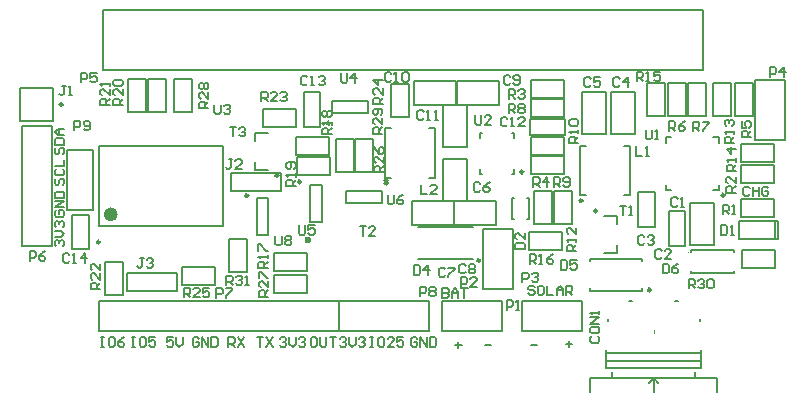
<source format=gto>
G04 Layer_Color=65535*
%FSAX25Y25*%
%MOIN*%
G70*
G01*
G75*
%ADD44C,0.02362*%
%ADD58C,0.02362*%
%ADD70C,0.00984*%
%ADD71C,0.00394*%
%ADD72C,0.00787*%
%ADD73C,0.00315*%
D44*
X0303193Y0324457D02*
G03*
X0303193Y0324457I-0001181J0000000D01*
G01*
D58*
X0367722Y0315808D02*
D03*
D70*
X0375142Y0354870D02*
G03*
X0375142Y0354870I-0000492J0000000D01*
G01*
X0298390Y0315205D02*
G03*
X0298390Y0315205I-0000492J0000000D01*
G01*
X0439512Y0338630D02*
G03*
X0439512Y0338630I-0000492J0000000D01*
G01*
X0357819Y0337449D02*
G03*
X0357819Y0337449I-0000492J0000000D01*
G01*
X0464118Y0325638D02*
G03*
X0464118Y0325638I-0000492J0000000D01*
G01*
X0394307Y0334929D02*
G03*
X0394307Y0334929I-0000492J0000000D01*
G01*
X0459268Y0329024D02*
G03*
X0459268Y0329024I-0000492J0000000D01*
G01*
X0425090Y0309102D02*
G03*
X0425090Y0309102I-0000440J0000000D01*
G01*
X0285968Y0361071D02*
G03*
X0285968Y0361071I-0000492J0000000D01*
G01*
X0365398Y0335283D02*
G03*
X0365398Y0335283I-0000492J0000000D01*
G01*
X0394236Y0335776D02*
G03*
X0394236Y0335776I-0000492J0000000D01*
G01*
X0347779Y0330756D02*
G03*
X0347779Y0330756I-0000492J0000000D01*
G01*
X0482031Y0299260D02*
G03*
X0482031Y0299260I-0000492J0000000D01*
G01*
X0506638Y0330854D02*
G03*
X0506638Y0330854I-0000492J0000000D01*
G01*
D71*
X0440870Y0332311D02*
G03*
X0440870Y0332311I-0000197J0000000D01*
G01*
X0494531Y0311760D02*
G03*
X0494531Y0311760I-0000197J0000000D01*
G01*
D72*
X0477805Y0320282D02*
X0483305D01*
Y0331782D01*
X0477805D02*
X0483305D01*
X0477805Y0320282D02*
Y0331782D01*
X0481425Y0268331D02*
X0483000Y0269905D01*
X0484575Y0268331D01*
X0483000Y0265181D02*
Y0269905D01*
X0469220D02*
Y0271874D01*
X0496779Y0269905D02*
Y0271874D01*
X0474732Y0295693D02*
X0475913D01*
X0498354Y0288803D02*
Y0289591D01*
X0467252Y0275614D02*
X0498748D01*
X0467252Y0278370D02*
X0498748D01*
Y0273252D02*
Y0279354D01*
X0467252Y0273252D02*
Y0279354D01*
Y0273252D02*
X0498748D01*
X0467646Y0288803D02*
Y0289591D01*
X0490087Y0295693D02*
X0491268D01*
X0461740Y0265181D02*
Y0269905D01*
X0504260D01*
Y0265181D02*
Y0269905D01*
X0375634Y0358315D02*
Y0362252D01*
X0387839Y0358315D02*
Y0362252D01*
X0375634Y0358315D02*
X0387839D01*
X0375634Y0362252D02*
X0387839D01*
X0339413Y0320520D02*
Y0347291D01*
X0298075Y0320520D02*
Y0347291D01*
X0339413D01*
X0298075Y0320520D02*
X0339413D01*
X0436461Y0338039D02*
Y0339713D01*
X0435772Y0338039D02*
X0436461D01*
X0425043D02*
X0425732D01*
X0425043D02*
Y0339713D01*
Y0349752D02*
Y0351425D01*
X0425732D01*
X0436461Y0349752D02*
Y0351425D01*
X0435772D02*
X0436461D01*
X0350043Y0348866D02*
Y0351425D01*
X0354374D01*
X0350043Y0339220D02*
Y0341779D01*
Y0339220D02*
X0354374D01*
X0470909Y0311661D02*
Y0314220D01*
X0466579Y0311661D02*
X0470909D01*
Y0321307D02*
Y0323866D01*
X0466579D02*
X0470909D01*
X0356551Y0304228D02*
X0367551D01*
X0356551Y0298228D02*
Y0304228D01*
Y0298228D02*
X0367551D01*
Y0304228D01*
X0377161Y0338642D02*
Y0349642D01*
Y0338642D02*
X0383161D01*
Y0349642D01*
X0377161D02*
X0383161D01*
X0325842Y0306984D02*
X0336842D01*
X0325842Y0300984D02*
Y0306984D01*
Y0300984D02*
X0336842D01*
Y0306984D01*
X0395272Y0356752D02*
Y0367752D01*
Y0356752D02*
X0401272D01*
Y0367752D01*
X0395272D02*
X0401272D01*
X0352614Y0359740D02*
X0363614D01*
X0352614Y0353740D02*
Y0359740D01*
Y0353740D02*
X0363614D01*
Y0359740D01*
X0299996Y0297697D02*
Y0308697D01*
Y0297697D02*
X0305996D01*
Y0308697D01*
X0299996D02*
X0305996D01*
X0313870Y0358720D02*
Y0369721D01*
X0307870D02*
X0313870D01*
X0307870Y0358720D02*
Y0369721D01*
Y0358720D02*
X0313870D01*
X0320563D02*
Y0369721D01*
X0314563D02*
X0320563D01*
X0314563Y0358720D02*
Y0369721D01*
Y0358720D02*
X0320563D01*
X0364032Y0337500D02*
X0375031D01*
Y0343500D01*
X0364032D02*
X0375031D01*
X0364032Y0337500D02*
Y0343500D01*
X0363638Y0350291D02*
X0374638D01*
X0363638Y0344291D02*
Y0350291D01*
Y0344291D02*
X0374638D01*
Y0350291D01*
X0356551Y0305709D02*
X0367551D01*
Y0311709D01*
X0356551D02*
X0367551D01*
X0356551Y0305709D02*
Y0311709D01*
X0441287Y0312661D02*
X0452287D01*
Y0318661D01*
X0441287D02*
X0452287D01*
X0441287Y0312661D02*
Y0318661D01*
X0486705Y0357146D02*
Y0368146D01*
X0480705D02*
X0486705D01*
X0480705Y0357146D02*
Y0368146D01*
Y0357146D02*
X0486705D01*
X0512087Y0347894D02*
X0523087D01*
X0512087Y0341894D02*
Y0347894D01*
Y0341894D02*
X0523087D01*
Y0347894D01*
X0502752Y0357146D02*
Y0368146D01*
Y0357146D02*
X0508752D01*
Y0368146D01*
X0502752D02*
X0508752D01*
X0455606Y0321406D02*
Y0332405D01*
X0449606D02*
X0455606D01*
X0449606Y0321406D02*
Y0332405D01*
Y0321406D02*
X0455606D01*
X0441984Y0350291D02*
X0452984D01*
X0441984Y0344291D02*
Y0350291D01*
Y0344291D02*
X0452984D01*
Y0350291D01*
X0441984Y0343992D02*
X0452984D01*
X0441984Y0337992D02*
Y0343992D01*
Y0337992D02*
X0452984D01*
Y0343992D01*
X0441984Y0362890D02*
X0452984D01*
X0441984Y0356890D02*
Y0362890D01*
Y0356890D02*
X0452984D01*
Y0362890D01*
X0494484Y0357146D02*
Y0368146D01*
Y0357146D02*
X0500484D01*
Y0368146D01*
X0494484D02*
X0500484D01*
X0493791Y0357146D02*
Y0368146D01*
X0487791D02*
X0493791D01*
X0487791Y0357146D02*
Y0368146D01*
Y0357146D02*
X0493791D01*
X0516232D02*
Y0368146D01*
X0510232D02*
X0516232D01*
X0510232Y0357146D02*
Y0368146D01*
Y0357146D02*
X0516232D01*
X0443106Y0321406D02*
Y0332405D01*
Y0321406D02*
X0449106D01*
Y0332405D01*
X0443106D02*
X0449106D01*
X0441984Y0369189D02*
X0452984D01*
X0441984Y0363189D02*
Y0369189D01*
Y0363189D02*
X0452984D01*
Y0369189D01*
X0512087Y0341000D02*
X0523087D01*
X0512087Y0335000D02*
Y0341000D01*
Y0335000D02*
X0523087D01*
Y0341000D01*
X0512063Y0329425D02*
X0523063D01*
X0512063Y0323425D02*
Y0329425D01*
Y0323425D02*
X0523063D01*
Y0329425D01*
X0287347Y0345992D02*
X0296185D01*
Y0325992D02*
Y0345992D01*
X0287347Y0325992D02*
X0296185D01*
X0287347D02*
Y0345992D01*
X0272406Y0353787D02*
X0282405D01*
Y0313787D02*
Y0353787D01*
X0272406Y0313787D02*
Y0353787D01*
Y0313787D02*
X0282405D01*
X0299500Y0372500D02*
X0499500D01*
X0299500Y0392500D02*
X0499500D01*
X0299500Y0372500D02*
Y0392500D01*
X0499500Y0372500D02*
Y0392500D01*
X0516894Y0349220D02*
X0526894D01*
X0516894D02*
Y0369220D01*
X0526894D01*
Y0349220D02*
Y0369220D01*
X0459177Y0285598D02*
Y0295598D01*
X0439177Y0285598D02*
X0459177D01*
X0439177D02*
Y0295598D01*
X0459177D01*
X0425949Y0319614D02*
X0435949D01*
Y0299614D02*
Y0319614D01*
X0425949Y0299614D02*
X0435949D01*
X0425949D02*
Y0319614D01*
X0408114Y0353197D02*
X0410083D01*
X0408114Y0336661D02*
X0410083D01*
X0393547Y0353197D02*
X0395516D01*
X0393547Y0336661D02*
X0395516D01*
X0410083D02*
Y0353197D01*
X0393547Y0336661D02*
Y0353197D01*
X0458508Y0330756D02*
Y0347291D01*
X0475043Y0330756D02*
Y0347291D01*
X0458508Y0330756D02*
X0460476D01*
X0458508Y0347291D02*
X0460476D01*
X0473075Y0330756D02*
X0475043D01*
X0473075Y0347291D02*
X0475043D01*
X0441362Y0322862D02*
Y0329949D01*
X0435850Y0322862D02*
Y0329949D01*
X0440673D02*
X0441362D01*
X0440673Y0322862D02*
X0441362D01*
X0435850Y0329949D02*
X0436539D01*
X0435850Y0322862D02*
X0436539D01*
X0511563Y0322339D02*
X0524563D01*
X0511563Y0316339D02*
Y0322339D01*
Y0316339D02*
X0524563D01*
X0523563D02*
Y0322339D01*
X0524563Y0316339D02*
Y0322339D01*
X0366388Y0353746D02*
X0371888D01*
Y0365246D01*
X0366388D02*
X0371888D01*
X0366388Y0353746D02*
Y0365246D01*
X0441857Y0350752D02*
Y0356252D01*
Y0350752D02*
X0453357D01*
Y0356252D01*
X0441857D02*
X0453357D01*
X0420776Y0346984D02*
Y0360984D01*
X0412776D02*
X0420776D01*
X0412776Y0346984D02*
Y0360984D01*
Y0346984D02*
X0420776D01*
X0403083Y0361008D02*
X0417083D01*
Y0369008D01*
X0403083D02*
X0417083D01*
X0403083Y0361008D02*
Y0369008D01*
X0417453D02*
X0431453D01*
X0417453Y0361008D02*
Y0369008D01*
Y0361008D02*
X0431453D01*
Y0369008D01*
X0416272Y0328850D02*
X0430272D01*
X0416272Y0320850D02*
Y0328850D01*
Y0320850D02*
X0430272D01*
Y0328850D01*
X0402295Y0320850D02*
X0416295D01*
Y0328850D01*
X0402295D02*
X0416295D01*
X0402295Y0320850D02*
Y0328850D01*
X0412776Y0328874D02*
Y0342874D01*
Y0328874D02*
X0420776D01*
Y0342874D01*
X0412776D02*
X0420776D01*
X0467232Y0351315D02*
Y0365315D01*
X0459232D02*
X0467232D01*
X0459232Y0351315D02*
Y0365315D01*
Y0351315D02*
X0467232D01*
X0476681D02*
Y0365315D01*
X0468681D02*
X0476681D01*
X0468681Y0351315D02*
Y0365315D01*
Y0351315D02*
X0476681D01*
X0488041Y0313982D02*
X0493541D01*
Y0325482D01*
X0488041D02*
X0493541D01*
X0488041Y0313982D02*
Y0325482D01*
X0495059Y0314307D02*
Y0328307D01*
Y0314307D02*
X0503059D01*
Y0328307D01*
X0495059D02*
X0503059D01*
X0289222Y0312801D02*
Y0324301D01*
X0294722D01*
Y0312801D02*
Y0324301D01*
X0289222Y0312801D02*
X0294722D01*
X0404571Y0309496D02*
X0422681D01*
X0404571Y0320126D02*
X0422681D01*
X0509689Y0304772D02*
Y0305559D01*
X0495516Y0304772D02*
X0509689D01*
X0495516D02*
Y0305559D01*
Y0311858D02*
Y0312646D01*
X0509689D01*
Y0311858D02*
Y0312646D01*
X0282917Y0355559D02*
Y0366583D01*
X0271894Y0355559D02*
X0282917D01*
X0271894D02*
Y0366583D01*
X0271894Y0366583D02*
X0282917D01*
X0358693Y0332087D02*
Y0338087D01*
X0342193Y0332087D02*
X0358693D01*
X0347693Y0338087D02*
X0358693D01*
X0341972Y0332087D02*
Y0338087D01*
X0347693D01*
X0341972Y0332087D02*
X0343154D01*
X0324047Y0299016D02*
Y0305016D01*
X0307547Y0299016D02*
X0324047D01*
X0313047Y0305016D02*
X0324047D01*
X0307327Y0299016D02*
Y0305016D01*
X0313047D01*
X0307327Y0299016D02*
X0308508D01*
X0298075Y0285598D02*
X0378075D01*
Y0295598D01*
X0298075D02*
X0378075D01*
X0298075Y0285598D02*
Y0295598D01*
X0378153Y0285598D02*
Y0295598D01*
X0408153D01*
Y0285598D02*
Y0295598D01*
X0378153Y0285598D02*
X0408153D01*
X0323224Y0358720D02*
X0329224D01*
X0323224D02*
Y0369721D01*
X0329224D01*
Y0358720D02*
Y0369721D01*
X0383461Y0338642D02*
X0389461D01*
X0383461D02*
Y0349642D01*
X0389461D01*
Y0338642D02*
Y0349642D01*
X0523457Y0306496D02*
Y0312496D01*
X0512457Y0306496D02*
X0523457D01*
X0512457D02*
Y0312496D01*
X0523457D01*
X0341335Y0316177D02*
X0347335D01*
Y0305177D02*
Y0316177D01*
X0341335Y0305177D02*
X0347335D01*
X0341335D02*
Y0316177D01*
X0368350Y0334102D02*
X0372287D01*
X0368350Y0321898D02*
X0372287D01*
X0368350D02*
Y0334102D01*
X0372287Y0321898D02*
Y0334102D01*
X0392563Y0328394D02*
Y0332331D01*
X0380358Y0328394D02*
Y0332331D01*
X0392563D01*
X0380358Y0328394D02*
X0392563D01*
X0350634Y0329772D02*
X0354571D01*
X0350634Y0317567D02*
X0354571D01*
X0350634D02*
Y0329772D01*
X0354571Y0317567D02*
Y0329772D01*
X0461657Y0308906D02*
Y0309693D01*
X0478980Y0308906D02*
Y0309693D01*
X0461657Y0299063D02*
Y0299850D01*
X0478980Y0299063D02*
Y0299850D01*
X0461657Y0309693D02*
X0478980D01*
X0461657Y0299063D02*
X0478980D01*
X0504669Y0332626D02*
Y0334398D01*
X0502898Y0332626D02*
X0504669D01*
X0487150D02*
X0488921D01*
X0487150D02*
Y0334398D01*
Y0348374D02*
Y0350146D01*
X0488921D01*
X0504669Y0348374D02*
Y0350146D01*
X0502898D02*
X0504669D01*
X0432563Y0285598D02*
Y0295598D01*
X0412563Y0285598D02*
X0432563D01*
X0412563D02*
Y0295598D01*
X0432563D01*
X0388528Y0283511D02*
X0389577D01*
X0389052D01*
Y0280362D01*
X0388528D01*
X0389577D01*
X0392726Y0283511D02*
X0391676D01*
X0391151Y0282986D01*
Y0280887D01*
X0391676Y0280362D01*
X0392726D01*
X0393250Y0280887D01*
Y0282986D01*
X0392726Y0283511D01*
X0396399Y0280362D02*
X0394300D01*
X0396399Y0282461D01*
Y0282986D01*
X0395874Y0283511D01*
X0394825D01*
X0394300Y0282986D01*
X0399548Y0283511D02*
X0397449D01*
Y0281937D01*
X0398498Y0282461D01*
X0399023D01*
X0399548Y0281937D01*
Y0280887D01*
X0399023Y0280362D01*
X0397973D01*
X0397449Y0280887D01*
X0404209Y0282986D02*
X0403685Y0283511D01*
X0402635D01*
X0402110Y0282986D01*
Y0280887D01*
X0402635Y0280362D01*
X0403685D01*
X0404209Y0280887D01*
Y0281937D01*
X0403160D01*
X0405259Y0280362D02*
Y0283511D01*
X0407358Y0280362D01*
Y0283511D01*
X0408407D02*
Y0280362D01*
X0409982D01*
X0410506Y0280887D01*
Y0282986D01*
X0409982Y0283511D01*
X0408407D01*
X0309000D02*
X0310050D01*
X0309525D01*
Y0280362D01*
X0309000D01*
X0310050D01*
X0313198Y0283511D02*
X0312149D01*
X0311624Y0282986D01*
Y0280887D01*
X0312149Y0280362D01*
X0313198D01*
X0313723Y0280887D01*
Y0282986D01*
X0313198Y0283511D01*
X0316872D02*
X0314772D01*
Y0281937D01*
X0315822Y0282461D01*
X0316347D01*
X0316872Y0281937D01*
Y0280887D01*
X0316347Y0280362D01*
X0315297D01*
X0314772Y0280887D01*
X0298665Y0283511D02*
X0299715D01*
X0299190D01*
Y0280362D01*
X0298665D01*
X0299715D01*
X0302864Y0283511D02*
X0301814D01*
X0301289Y0282986D01*
Y0280887D01*
X0301814Y0280362D01*
X0302864D01*
X0303388Y0280887D01*
Y0282986D01*
X0302864Y0283511D01*
X0306537D02*
X0305487Y0282986D01*
X0304438Y0281937D01*
Y0280887D01*
X0304963Y0280362D01*
X0306012D01*
X0306537Y0280887D01*
Y0281412D01*
X0306012Y0281937D01*
X0304438D01*
X0322812Y0283511D02*
X0320713D01*
Y0281937D01*
X0321762Y0282461D01*
X0322287D01*
X0322812Y0281937D01*
Y0280887D01*
X0322287Y0280362D01*
X0321237D01*
X0320713Y0280887D01*
X0323861Y0283511D02*
Y0281412D01*
X0324911Y0280362D01*
X0325960Y0281412D01*
Y0283511D01*
X0378390Y0282986D02*
X0378914Y0283511D01*
X0379964D01*
X0380489Y0282986D01*
Y0282461D01*
X0379964Y0281937D01*
X0379439D01*
X0379964D01*
X0380489Y0281412D01*
Y0280887D01*
X0379964Y0280362D01*
X0378914D01*
X0378390Y0280887D01*
X0381538Y0283511D02*
Y0281412D01*
X0382588Y0280362D01*
X0383637Y0281412D01*
Y0283511D01*
X0384687Y0282986D02*
X0385212Y0283511D01*
X0386261D01*
X0386786Y0282986D01*
Y0282461D01*
X0386261Y0281937D01*
X0385736D01*
X0386261D01*
X0386786Y0281412D01*
Y0280887D01*
X0386261Y0280362D01*
X0385212D01*
X0384687Y0280887D01*
X0479898Y0316943D02*
X0479374Y0317467D01*
X0478324D01*
X0477799Y0316943D01*
Y0314844D01*
X0478324Y0314319D01*
X0479374D01*
X0479898Y0314844D01*
X0480948Y0316943D02*
X0481473Y0317467D01*
X0482522D01*
X0483047Y0316943D01*
Y0316418D01*
X0482522Y0315893D01*
X0481997D01*
X0482522D01*
X0483047Y0315368D01*
Y0314844D01*
X0482522Y0314319D01*
X0481473D01*
X0480948Y0314844D01*
X0462282Y0283839D02*
X0461757Y0283314D01*
Y0282265D01*
X0462282Y0281740D01*
X0464381D01*
X0464906Y0282265D01*
Y0283314D01*
X0464381Y0283839D01*
X0461757Y0286463D02*
Y0285414D01*
X0462282Y0284889D01*
X0464381D01*
X0464906Y0285414D01*
Y0286463D01*
X0464381Y0286988D01*
X0462282D01*
X0461757Y0286463D01*
X0464906Y0288037D02*
X0461757D01*
X0464906Y0290136D01*
X0461757D01*
X0464906Y0291186D02*
Y0292235D01*
Y0291711D01*
X0461757D01*
X0462282Y0291186D01*
X0378783Y0371503D02*
Y0368879D01*
X0379308Y0368354D01*
X0380358D01*
X0380883Y0368879D01*
Y0371503D01*
X0383506Y0368354D02*
Y0371503D01*
X0381932Y0369929D01*
X0384031D01*
X0336559Y0361070D02*
Y0358446D01*
X0337084Y0357921D01*
X0338133D01*
X0338658Y0358446D01*
Y0361070D01*
X0339708Y0360545D02*
X0340232Y0361070D01*
X0341282D01*
X0341807Y0360545D01*
Y0360020D01*
X0341282Y0359496D01*
X0340757D01*
X0341282D01*
X0341807Y0358971D01*
Y0358446D01*
X0341282Y0357921D01*
X0340232D01*
X0339708Y0358446D01*
X0423468Y0357526D02*
Y0354903D01*
X0423993Y0354378D01*
X0425043D01*
X0425568Y0354903D01*
Y0357526D01*
X0428716Y0354378D02*
X0426617D01*
X0428716Y0356477D01*
Y0357002D01*
X0428191Y0357526D01*
X0427142D01*
X0426617Y0357002D01*
X0341677Y0353590D02*
X0343776D01*
X0342727D01*
Y0350441D01*
X0344826Y0353065D02*
X0345351Y0353590D01*
X0346400D01*
X0346925Y0353065D01*
Y0352540D01*
X0346400Y0352015D01*
X0345875D01*
X0346400D01*
X0346925Y0351490D01*
Y0350966D01*
X0346400Y0350441D01*
X0345351D01*
X0344826Y0350966D01*
X0384984Y0320519D02*
X0387083D01*
X0386034D01*
Y0317370D01*
X0390232D02*
X0388133D01*
X0390232Y0319469D01*
Y0319994D01*
X0389707Y0320519D01*
X0388658D01*
X0388133Y0319994D01*
X0471697Y0327408D02*
X0473796D01*
X0472746D01*
Y0324260D01*
X0474845D02*
X0475895D01*
X0475370D01*
Y0327408D01*
X0474845Y0326884D01*
X0354571Y0296996D02*
X0351422D01*
Y0298570D01*
X0351947Y0299095D01*
X0352997D01*
X0353521Y0298570D01*
Y0296996D01*
Y0298046D02*
X0354571Y0299095D01*
Y0302244D02*
Y0300145D01*
X0352472Y0302244D01*
X0351947D01*
X0351422Y0301719D01*
Y0300669D01*
X0351947Y0300145D01*
X0351422Y0303293D02*
Y0305392D01*
X0351947D01*
X0354046Y0303293D01*
X0354571D01*
X0392957Y0338433D02*
X0389808D01*
Y0340007D01*
X0390333Y0340532D01*
X0391382D01*
X0391907Y0340007D01*
Y0338433D01*
Y0339483D02*
X0392957Y0340532D01*
Y0343681D02*
Y0341582D01*
X0390858Y0343681D01*
X0390333D01*
X0389808Y0343156D01*
Y0342106D01*
X0390333Y0341582D01*
X0389808Y0346829D02*
X0390333Y0345780D01*
X0391382Y0344730D01*
X0392432D01*
X0392957Y0345255D01*
Y0346305D01*
X0392432Y0346829D01*
X0391907D01*
X0391382Y0346305D01*
Y0344730D01*
X0326421Y0296799D02*
Y0299948D01*
X0327996D01*
X0328520Y0299423D01*
Y0298374D01*
X0327996Y0297849D01*
X0326421D01*
X0327471D02*
X0328520Y0296799D01*
X0331669D02*
X0329570D01*
X0331669Y0298898D01*
Y0299423D01*
X0331144Y0299948D01*
X0330095D01*
X0329570Y0299423D01*
X0334818Y0299948D02*
X0332718D01*
Y0298374D01*
X0333768Y0298898D01*
X0334293D01*
X0334818Y0298374D01*
Y0297324D01*
X0334293Y0296799D01*
X0333243D01*
X0332718Y0297324D01*
X0392704Y0361223D02*
X0389555D01*
Y0362797D01*
X0390080Y0363322D01*
X0391129D01*
X0391654Y0362797D01*
Y0361223D01*
Y0362272D02*
X0392704Y0363322D01*
Y0366470D02*
Y0364371D01*
X0390605Y0366470D01*
X0390080D01*
X0389555Y0365946D01*
Y0364896D01*
X0390080Y0364371D01*
X0392704Y0369094D02*
X0389555D01*
X0391129Y0367520D01*
Y0369619D01*
X0352209Y0362154D02*
Y0365302D01*
X0353783D01*
X0354308Y0364777D01*
Y0363728D01*
X0353783Y0363203D01*
X0352209D01*
X0353258D02*
X0354308Y0362154D01*
X0357456D02*
X0355357D01*
X0357456Y0364253D01*
Y0364777D01*
X0356932Y0365302D01*
X0355882D01*
X0355357Y0364777D01*
X0358506D02*
X0359031Y0365302D01*
X0360080D01*
X0360605Y0364777D01*
Y0364253D01*
X0360080Y0363728D01*
X0359555D01*
X0360080D01*
X0360605Y0363203D01*
Y0362678D01*
X0360080Y0362154D01*
X0359031D01*
X0358506Y0362678D01*
X0298468Y0299555D02*
X0295320D01*
Y0301129D01*
X0295845Y0301654D01*
X0296894D01*
X0297419Y0301129D01*
Y0299555D01*
Y0300605D02*
X0298468Y0301654D01*
Y0304803D02*
Y0302704D01*
X0296369Y0304803D01*
X0295845D01*
X0295320Y0304278D01*
Y0303228D01*
X0295845Y0302704D01*
X0298468Y0307951D02*
Y0305852D01*
X0296369Y0307951D01*
X0295845D01*
X0295320Y0307427D01*
Y0306377D01*
X0295845Y0305852D01*
X0301618Y0360972D02*
X0298469D01*
Y0362547D01*
X0298994Y0363071D01*
X0300044D01*
X0300569Y0362547D01*
Y0360972D01*
Y0362022D02*
X0301618Y0363071D01*
Y0366220D02*
Y0364121D01*
X0299519Y0366220D01*
X0298994D01*
X0298469Y0365695D01*
Y0364646D01*
X0298994Y0364121D01*
X0301618Y0367270D02*
Y0368319D01*
Y0367794D01*
X0298469D01*
X0298994Y0367270D01*
X0306047Y0360972D02*
X0302899D01*
Y0362547D01*
X0303423Y0363071D01*
X0304473D01*
X0304998Y0362547D01*
Y0360972D01*
Y0362022D02*
X0306047Y0363071D01*
Y0366220D02*
Y0364121D01*
X0303948Y0366220D01*
X0303423D01*
X0302899Y0365695D01*
Y0364646D01*
X0303423Y0364121D01*
Y0367270D02*
X0302899Y0367794D01*
Y0368844D01*
X0303423Y0369369D01*
X0305522D01*
X0306047Y0368844D01*
Y0367794D01*
X0305522Y0367270D01*
X0303423D01*
X0363724Y0333906D02*
X0360576D01*
Y0335480D01*
X0361101Y0336005D01*
X0362150D01*
X0362675Y0335480D01*
Y0333906D01*
Y0334955D02*
X0363724Y0336005D01*
Y0337054D02*
Y0338104D01*
Y0337579D01*
X0360576D01*
X0361101Y0337054D01*
X0363200Y0339678D02*
X0363724Y0340203D01*
Y0341252D01*
X0363200Y0341777D01*
X0361101D01*
X0360576Y0341252D01*
Y0340203D01*
X0361101Y0339678D01*
X0361625D01*
X0362150Y0340203D01*
Y0341777D01*
X0375634Y0351130D02*
X0372485D01*
Y0352704D01*
X0373010Y0353229D01*
X0374060D01*
X0374584Y0352704D01*
Y0351130D01*
Y0352179D02*
X0375634Y0353229D01*
Y0354278D02*
Y0355328D01*
Y0354803D01*
X0372485D01*
X0373010Y0354278D01*
Y0356902D02*
X0372485Y0357427D01*
Y0358477D01*
X0373010Y0359001D01*
X0373535D01*
X0374060Y0358477D01*
X0374584Y0359001D01*
X0375109D01*
X0375634Y0358477D01*
Y0357427D01*
X0375109Y0356902D01*
X0374584D01*
X0374060Y0357427D01*
X0373535Y0356902D01*
X0373010D01*
X0374060Y0357427D02*
Y0358477D01*
X0354276Y0306642D02*
X0351127D01*
Y0308216D01*
X0351652Y0308741D01*
X0352701D01*
X0353226Y0308216D01*
Y0306642D01*
Y0307691D02*
X0354276Y0308741D01*
Y0309790D02*
Y0310840D01*
Y0310315D01*
X0351127D01*
X0351652Y0309790D01*
X0351127Y0312414D02*
Y0314513D01*
X0351652D01*
X0353751Y0312414D01*
X0354276D01*
X0441677Y0308020D02*
Y0311168D01*
X0443252D01*
X0443776Y0310644D01*
Y0309594D01*
X0443252Y0309069D01*
X0441677D01*
X0442727D02*
X0443776Y0308020D01*
X0444826D02*
X0445875D01*
X0445351D01*
Y0311168D01*
X0444826Y0310644D01*
X0449549Y0311168D02*
X0448499Y0310644D01*
X0447450Y0309594D01*
Y0308544D01*
X0447974Y0308020D01*
X0449024D01*
X0449549Y0308544D01*
Y0309069D01*
X0449024Y0309594D01*
X0447450D01*
X0477307Y0368847D02*
Y0371995D01*
X0478881D01*
X0479406Y0371470D01*
Y0370421D01*
X0478881Y0369896D01*
X0477307D01*
X0478357D02*
X0479406Y0368847D01*
X0480456D02*
X0481505D01*
X0480980D01*
Y0371995D01*
X0480456Y0371470D01*
X0485179Y0371995D02*
X0483079D01*
Y0370421D01*
X0484129Y0370946D01*
X0484654D01*
X0485179Y0370421D01*
Y0369371D01*
X0484654Y0368847D01*
X0483604D01*
X0483079Y0369371D01*
X0510476Y0338925D02*
X0507328D01*
Y0340499D01*
X0507853Y0341024D01*
X0508902D01*
X0509427Y0340499D01*
Y0338925D01*
Y0339975D02*
X0510476Y0341024D01*
Y0342074D02*
Y0343123D01*
Y0342599D01*
X0507328D01*
X0507853Y0342074D01*
X0510476Y0346272D02*
X0507328D01*
X0508902Y0344698D01*
Y0346797D01*
X0509787Y0348177D02*
X0506639D01*
Y0349751D01*
X0507164Y0350276D01*
X0508213D01*
X0508738Y0349751D01*
Y0348177D01*
Y0349227D02*
X0509787Y0350276D01*
Y0351326D02*
Y0352375D01*
Y0351851D01*
X0506639D01*
X0507164Y0351326D01*
Y0353950D02*
X0506639Y0354474D01*
Y0355524D01*
X0507164Y0356049D01*
X0507688D01*
X0508213Y0355524D01*
Y0354999D01*
Y0355524D01*
X0508738Y0356049D01*
X0509263D01*
X0509787Y0355524D01*
Y0354474D01*
X0509263Y0353950D01*
X0457130Y0312154D02*
X0453981D01*
Y0313728D01*
X0454506Y0314253D01*
X0455556D01*
X0456080Y0313728D01*
Y0312154D01*
Y0313203D02*
X0457130Y0314253D01*
Y0315302D02*
Y0316352D01*
Y0315827D01*
X0453981D01*
X0454506Y0315302D01*
X0457130Y0320025D02*
Y0317926D01*
X0455031Y0320025D01*
X0454506D01*
X0453981Y0319500D01*
Y0318451D01*
X0454506Y0317926D01*
X0457917Y0348276D02*
X0454769D01*
Y0349850D01*
X0455294Y0350375D01*
X0456343D01*
X0456868Y0349850D01*
Y0348276D01*
Y0349325D02*
X0457917Y0350375D01*
Y0351424D02*
Y0352474D01*
Y0351949D01*
X0454769D01*
X0455294Y0351424D01*
Y0354048D02*
X0454769Y0354573D01*
Y0355622D01*
X0455294Y0356147D01*
X0457393D01*
X0457917Y0355622D01*
Y0354573D01*
X0457393Y0354048D01*
X0455294D01*
X0449748Y0333610D02*
Y0336759D01*
X0451322D01*
X0451847Y0336234D01*
Y0335185D01*
X0451322Y0334660D01*
X0449748D01*
X0450798D02*
X0451847Y0333610D01*
X0452897Y0334135D02*
X0453421Y0333610D01*
X0454471D01*
X0454996Y0334135D01*
Y0336234D01*
X0454471Y0336759D01*
X0453421D01*
X0452897Y0336234D01*
Y0335709D01*
X0453421Y0335185D01*
X0454996D01*
X0434689Y0358217D02*
Y0361365D01*
X0436263D01*
X0436788Y0360840D01*
Y0359791D01*
X0436263Y0359266D01*
X0434689D01*
X0435739D02*
X0436788Y0358217D01*
X0437838Y0360840D02*
X0438362Y0361365D01*
X0439412D01*
X0439937Y0360840D01*
Y0360316D01*
X0439412Y0359791D01*
X0439937Y0359266D01*
Y0358741D01*
X0439412Y0358217D01*
X0438362D01*
X0437838Y0358741D01*
Y0359266D01*
X0438362Y0359791D01*
X0437838Y0360316D01*
Y0360840D01*
X0438362Y0359791D02*
X0439412D01*
X0496123Y0352218D02*
Y0355367D01*
X0497698D01*
X0498222Y0354842D01*
Y0353793D01*
X0497698Y0353268D01*
X0496123D01*
X0497173D02*
X0498222Y0352218D01*
X0499272Y0355367D02*
X0501371D01*
Y0354842D01*
X0499272Y0352743D01*
Y0352218D01*
X0488134Y0352311D02*
Y0355460D01*
X0489708D01*
X0490233Y0354935D01*
Y0353885D01*
X0489708Y0353361D01*
X0488134D01*
X0489183D02*
X0490233Y0352311D01*
X0493382Y0355460D02*
X0492332Y0354935D01*
X0491282Y0353885D01*
Y0352836D01*
X0491807Y0352311D01*
X0492857D01*
X0493382Y0352836D01*
Y0353361D01*
X0492857Y0353885D01*
X0491282D01*
X0515427Y0350226D02*
X0512278D01*
Y0351800D01*
X0512803Y0352325D01*
X0513853D01*
X0514377Y0351800D01*
Y0350226D01*
Y0351276D02*
X0515427Y0352325D01*
X0512278Y0355474D02*
Y0353375D01*
X0513853D01*
X0513328Y0354424D01*
Y0354949D01*
X0513853Y0355474D01*
X0514902D01*
X0515427Y0354949D01*
Y0353900D01*
X0514902Y0353375D01*
X0442858Y0333610D02*
Y0336759D01*
X0444433D01*
X0444957Y0336234D01*
Y0335185D01*
X0444433Y0334660D01*
X0442858D01*
X0443908D02*
X0444957Y0333610D01*
X0447581D02*
Y0336759D01*
X0446007Y0335185D01*
X0448106D01*
X0434689Y0363039D02*
Y0366188D01*
X0436263D01*
X0436788Y0365663D01*
Y0364614D01*
X0436263Y0364089D01*
X0434689D01*
X0435739D02*
X0436788Y0363039D01*
X0437838Y0365663D02*
X0438362Y0366188D01*
X0439412D01*
X0439937Y0365663D01*
Y0365138D01*
X0439412Y0364614D01*
X0438887D01*
X0439412D01*
X0439937Y0364089D01*
Y0363564D01*
X0439412Y0363039D01*
X0438362D01*
X0437838Y0363564D01*
X0510280Y0331740D02*
X0507131D01*
Y0333314D01*
X0507656Y0333839D01*
X0508705D01*
X0509230Y0333314D01*
Y0331740D01*
Y0332790D02*
X0510280Y0333839D01*
Y0336988D02*
Y0334889D01*
X0508181Y0336988D01*
X0507656D01*
X0507131Y0336463D01*
Y0335414D01*
X0507656Y0334889D01*
X0505984Y0324488D02*
Y0327637D01*
X0507559D01*
X0508083Y0327112D01*
Y0326062D01*
X0507559Y0325538D01*
X0505984D01*
X0507034D02*
X0508083Y0324488D01*
X0509133D02*
X0510182D01*
X0509658D01*
Y0327637D01*
X0509133Y0327112D01*
X0289807Y0352508D02*
Y0355657D01*
X0291381D01*
X0291906Y0355132D01*
Y0354082D01*
X0291381Y0353557D01*
X0289807D01*
X0292956Y0353033D02*
X0293480Y0352508D01*
X0294530D01*
X0295055Y0353033D01*
Y0355132D01*
X0294530Y0355657D01*
X0293480D01*
X0292956Y0355132D01*
Y0354607D01*
X0293480Y0354082D01*
X0295055D01*
X0274945Y0309004D02*
Y0312153D01*
X0276519D01*
X0277044Y0311628D01*
Y0310578D01*
X0276519Y0310053D01*
X0274945D01*
X0280192Y0312153D02*
X0279143Y0311628D01*
X0278094Y0310578D01*
Y0309529D01*
X0278618Y0309004D01*
X0279668D01*
X0280192Y0309529D01*
Y0310053D01*
X0279668Y0310578D01*
X0278094D01*
X0292071Y0368453D02*
Y0371601D01*
X0293645D01*
X0294170Y0371077D01*
Y0370027D01*
X0293645Y0369502D01*
X0292071D01*
X0297319Y0371601D02*
X0295219D01*
Y0370027D01*
X0296269Y0370552D01*
X0296794D01*
X0297319Y0370027D01*
Y0368977D01*
X0296794Y0368453D01*
X0295744D01*
X0295219Y0368977D01*
X0521697Y0370323D02*
Y0373471D01*
X0523271D01*
X0523796Y0372947D01*
Y0371897D01*
X0523271Y0371372D01*
X0521697D01*
X0526420Y0370323D02*
Y0373471D01*
X0524845Y0371897D01*
X0526944D01*
X0439217Y0301917D02*
Y0305066D01*
X0440791D01*
X0441316Y0304541D01*
Y0303492D01*
X0440791Y0302967D01*
X0439217D01*
X0442365Y0304541D02*
X0442890Y0305066D01*
X0443939D01*
X0444464Y0304541D01*
Y0304016D01*
X0443939Y0303492D01*
X0443415D01*
X0443939D01*
X0444464Y0302967D01*
Y0302442D01*
X0443939Y0301917D01*
X0442890D01*
X0442365Y0302442D01*
X0418744Y0300342D02*
Y0303491D01*
X0420318D01*
X0420843Y0302966D01*
Y0301917D01*
X0420318Y0301392D01*
X0418744D01*
X0423992Y0300342D02*
X0421893D01*
X0423992Y0302442D01*
Y0302966D01*
X0423467Y0303491D01*
X0422417D01*
X0421893Y0302966D01*
X0405358Y0334298D02*
Y0331150D01*
X0407457D01*
X0410606D02*
X0408507D01*
X0410606Y0333249D01*
Y0333773D01*
X0410081Y0334298D01*
X0409032D01*
X0408507Y0333773D01*
X0477169Y0347208D02*
Y0344059D01*
X0479268D01*
X0480318D02*
X0481367D01*
X0480843D01*
Y0347208D01*
X0480318Y0346683D01*
X0436855Y0312941D02*
X0440004D01*
Y0314515D01*
X0439479Y0315040D01*
X0437380D01*
X0436855Y0314515D01*
Y0312941D01*
X0440004Y0318189D02*
Y0316090D01*
X0437905Y0318189D01*
X0437380D01*
X0436855Y0317664D01*
Y0316614D01*
X0437380Y0316090D01*
X0505484Y0320857D02*
Y0317709D01*
X0507059D01*
X0507583Y0318233D01*
Y0320333D01*
X0507059Y0320857D01*
X0505484D01*
X0508633Y0317709D02*
X0509682D01*
X0509158D01*
Y0320857D01*
X0508633Y0320333D01*
X0367595Y0370092D02*
X0367070Y0370617D01*
X0366021D01*
X0365496Y0370092D01*
Y0367993D01*
X0366021Y0367469D01*
X0367070D01*
X0367595Y0367993D01*
X0368645Y0367469D02*
X0369694D01*
X0369169D01*
Y0370617D01*
X0368645Y0370092D01*
X0371269D02*
X0371793Y0370617D01*
X0372843D01*
X0373368Y0370092D01*
Y0369568D01*
X0372843Y0369043D01*
X0372318D01*
X0372843D01*
X0373368Y0368518D01*
Y0367993D01*
X0372843Y0367469D01*
X0371793D01*
X0371269Y0367993D01*
X0434229Y0356411D02*
X0433704Y0356936D01*
X0432655D01*
X0432130Y0356411D01*
Y0354312D01*
X0432655Y0353787D01*
X0433704D01*
X0434229Y0354312D01*
X0435279Y0353787D02*
X0436328D01*
X0435803D01*
Y0356936D01*
X0435279Y0356411D01*
X0440001Y0353787D02*
X0437902D01*
X0440001Y0355887D01*
Y0356411D01*
X0439477Y0356936D01*
X0438427D01*
X0437902Y0356411D01*
X0406276Y0358577D02*
X0405752Y0359101D01*
X0404702D01*
X0404177Y0358577D01*
Y0356477D01*
X0404702Y0355953D01*
X0405752D01*
X0406276Y0356477D01*
X0407326Y0355953D02*
X0408375D01*
X0407851D01*
Y0359101D01*
X0407326Y0358577D01*
X0409950Y0355953D02*
X0410999D01*
X0410474D01*
Y0359101D01*
X0409950Y0358577D01*
X0395548Y0371273D02*
X0395023Y0371798D01*
X0393974D01*
X0393449Y0371273D01*
Y0369174D01*
X0393974Y0368650D01*
X0395023D01*
X0395548Y0369174D01*
X0396597Y0368650D02*
X0397647D01*
X0397122D01*
Y0371798D01*
X0396597Y0371273D01*
X0399221D02*
X0399746Y0371798D01*
X0400796D01*
X0401320Y0371273D01*
Y0369174D01*
X0400796Y0368650D01*
X0399746D01*
X0399221Y0369174D01*
Y0371273D01*
X0435213Y0370289D02*
X0434689Y0370814D01*
X0433639D01*
X0433114Y0370289D01*
Y0368190D01*
X0433639Y0367665D01*
X0434689D01*
X0435213Y0368190D01*
X0436263D02*
X0436788Y0367665D01*
X0437837D01*
X0438362Y0368190D01*
Y0370289D01*
X0437837Y0370814D01*
X0436788D01*
X0436263Y0370289D01*
Y0369764D01*
X0436788Y0369240D01*
X0438362D01*
X0420351Y0307396D02*
X0419826Y0307920D01*
X0418777D01*
X0418252Y0307396D01*
Y0305296D01*
X0418777Y0304772D01*
X0419826D01*
X0420351Y0305296D01*
X0421401Y0307396D02*
X0421925Y0307920D01*
X0422975D01*
X0423500Y0307396D01*
Y0306871D01*
X0422975Y0306346D01*
X0423500Y0305821D01*
Y0305296D01*
X0422975Y0304772D01*
X0421925D01*
X0421401Y0305296D01*
Y0305821D01*
X0421925Y0306346D01*
X0421401Y0306871D01*
Y0307396D01*
X0421925Y0306346D02*
X0422975D01*
X0413461Y0306214D02*
X0412936Y0306739D01*
X0411887D01*
X0411362Y0306214D01*
Y0304115D01*
X0411887Y0303590D01*
X0412936D01*
X0413461Y0304115D01*
X0414511Y0306739D02*
X0416610D01*
Y0306214D01*
X0414511Y0304115D01*
Y0303590D01*
X0425174Y0334561D02*
X0424649Y0335086D01*
X0423600D01*
X0423075Y0334561D01*
Y0332462D01*
X0423600Y0331937D01*
X0424649D01*
X0425174Y0332462D01*
X0428323Y0335086D02*
X0427273Y0334561D01*
X0426223Y0333511D01*
Y0332462D01*
X0426748Y0331937D01*
X0427798D01*
X0428323Y0332462D01*
Y0332986D01*
X0427798Y0333511D01*
X0426223D01*
X0461985Y0369600D02*
X0461460Y0370125D01*
X0460411D01*
X0459886Y0369600D01*
Y0367501D01*
X0460411Y0366976D01*
X0461460D01*
X0461985Y0367501D01*
X0465133Y0370125D02*
X0463034D01*
Y0368551D01*
X0464084Y0369075D01*
X0464609D01*
X0465133Y0368551D01*
Y0367501D01*
X0464609Y0366976D01*
X0463559D01*
X0463034Y0367501D01*
X0471694Y0369703D02*
X0471169Y0370227D01*
X0470119D01*
X0469594Y0369703D01*
Y0367603D01*
X0470119Y0367079D01*
X0471169D01*
X0471694Y0367603D01*
X0474317Y0367079D02*
Y0370227D01*
X0472743Y0368653D01*
X0474842D01*
X0485607Y0312317D02*
X0485082Y0312842D01*
X0484033D01*
X0483508Y0312317D01*
Y0310218D01*
X0484033Y0309693D01*
X0485082D01*
X0485607Y0310218D01*
X0488756Y0309693D02*
X0486657D01*
X0488756Y0311792D01*
Y0312317D01*
X0488231Y0312842D01*
X0487181D01*
X0486657Y0312317D01*
X0491020Y0329640D02*
X0490496Y0330164D01*
X0489446D01*
X0488921Y0329640D01*
Y0327540D01*
X0489446Y0327016D01*
X0490496D01*
X0491020Y0327540D01*
X0492070Y0327016D02*
X0493119D01*
X0492595D01*
Y0330164D01*
X0492070Y0329640D01*
X0288264Y0310939D02*
X0287740Y0311463D01*
X0286690D01*
X0286165Y0310939D01*
Y0308840D01*
X0286690Y0308315D01*
X0287740D01*
X0288264Y0308840D01*
X0289314Y0308315D02*
X0290364D01*
X0289839D01*
Y0311463D01*
X0289314Y0310939D01*
X0293512Y0308315D02*
Y0311463D01*
X0291938Y0309889D01*
X0294037D01*
X0403094Y0307526D02*
Y0304378D01*
X0404669D01*
X0405194Y0304903D01*
Y0307002D01*
X0404669Y0307526D01*
X0403094D01*
X0407817Y0304378D02*
Y0307526D01*
X0406243Y0305952D01*
X0408342D01*
X0485968Y0308019D02*
Y0304870D01*
X0487543D01*
X0488068Y0305395D01*
Y0307494D01*
X0487543Y0308019D01*
X0485968D01*
X0491216D02*
X0490167Y0307494D01*
X0489117Y0306444D01*
Y0305395D01*
X0489642Y0304870D01*
X0490691D01*
X0491216Y0305395D01*
Y0305920D01*
X0490691Y0306444D01*
X0489117D01*
X0286985Y0367369D02*
X0285935D01*
X0286460D01*
Y0364745D01*
X0285935Y0364220D01*
X0285411D01*
X0284886Y0364745D01*
X0288034Y0364220D02*
X0289084D01*
X0288559D01*
Y0367369D01*
X0288034Y0366844D01*
X0342497Y0342763D02*
X0341447D01*
X0341972D01*
Y0340139D01*
X0341447Y0339614D01*
X0340922D01*
X0340398Y0340139D01*
X0345645Y0339614D02*
X0343546D01*
X0345645Y0341713D01*
Y0342238D01*
X0345121Y0342763D01*
X0344071D01*
X0343546Y0342238D01*
X0312969Y0309889D02*
X0311920D01*
X0312444D01*
Y0307265D01*
X0311920Y0306740D01*
X0311395D01*
X0310870Y0307265D01*
X0314019Y0309364D02*
X0314543Y0309889D01*
X0315593D01*
X0316118Y0309364D01*
Y0308839D01*
X0315593Y0308314D01*
X0315068D01*
X0315593D01*
X0316118Y0307790D01*
Y0307265D01*
X0315593Y0306740D01*
X0314543D01*
X0314019Y0307265D01*
X0337248Y0296701D02*
Y0299849D01*
X0338822D01*
X0339347Y0299325D01*
Y0298275D01*
X0338822Y0297750D01*
X0337248D01*
X0340397Y0299849D02*
X0342496D01*
Y0299325D01*
X0340397Y0297226D01*
Y0296701D01*
X0405063Y0297193D02*
Y0300342D01*
X0406637D01*
X0407162Y0299817D01*
Y0298767D01*
X0406637Y0298242D01*
X0405063D01*
X0408212Y0299817D02*
X0408736Y0300342D01*
X0409786D01*
X0410311Y0299817D01*
Y0299292D01*
X0409786Y0298767D01*
X0410311Y0298242D01*
Y0297718D01*
X0409786Y0297193D01*
X0408736D01*
X0408212Y0297718D01*
Y0298242D01*
X0408736Y0298767D01*
X0408212Y0299292D01*
Y0299817D01*
X0408736Y0298767D02*
X0409786D01*
X0334591Y0359890D02*
X0331442D01*
Y0361464D01*
X0331967Y0361989D01*
X0333016D01*
X0333541Y0361464D01*
Y0359890D01*
Y0360939D02*
X0334591Y0361989D01*
Y0365137D02*
Y0363038D01*
X0332491Y0365137D01*
X0331967D01*
X0331442Y0364613D01*
Y0363563D01*
X0331967Y0363038D01*
Y0366187D02*
X0331442Y0366712D01*
Y0367761D01*
X0331967Y0368286D01*
X0332491D01*
X0333016Y0367761D01*
X0333541Y0368286D01*
X0334066D01*
X0334591Y0367761D01*
Y0366712D01*
X0334066Y0366187D01*
X0333541D01*
X0333016Y0366712D01*
X0332491Y0366187D01*
X0331967D01*
X0333016Y0366712D02*
Y0367761D01*
X0392563Y0351327D02*
X0389414D01*
Y0352901D01*
X0389939Y0353426D01*
X0390989D01*
X0391513Y0352901D01*
Y0351327D01*
Y0352376D02*
X0392563Y0353426D01*
Y0356574D02*
Y0354475D01*
X0390464Y0356574D01*
X0389939D01*
X0389414Y0356050D01*
Y0355000D01*
X0389939Y0354475D01*
X0392038Y0357624D02*
X0392563Y0358149D01*
Y0359198D01*
X0392038Y0359723D01*
X0389939D01*
X0389414Y0359198D01*
Y0358149D01*
X0389939Y0357624D01*
X0390464D01*
X0390989Y0358149D01*
Y0359723D01*
X0494630Y0299752D02*
Y0302901D01*
X0496204D01*
X0496729Y0302376D01*
Y0301326D01*
X0496204Y0300801D01*
X0494630D01*
X0495679D02*
X0496729Y0299752D01*
X0497779Y0302376D02*
X0498303Y0302901D01*
X0499353D01*
X0499878Y0302376D01*
Y0301851D01*
X0499353Y0301326D01*
X0498828D01*
X0499353D01*
X0499878Y0300801D01*
Y0300277D01*
X0499353Y0299752D01*
X0498303D01*
X0497779Y0300277D01*
X0500927Y0302376D02*
X0501452Y0302901D01*
X0502501D01*
X0503026Y0302376D01*
Y0300277D01*
X0502501Y0299752D01*
X0501452D01*
X0500927Y0300277D01*
Y0302376D01*
X0340595Y0300933D02*
Y0304082D01*
X0342169D01*
X0342694Y0303557D01*
Y0302507D01*
X0342169Y0301983D01*
X0340595D01*
X0341644D02*
X0342694Y0300933D01*
X0343743Y0303557D02*
X0344268Y0304082D01*
X0345317D01*
X0345842Y0303557D01*
Y0303032D01*
X0345317Y0302507D01*
X0344793D01*
X0345317D01*
X0345842Y0301983D01*
Y0301458D01*
X0345317Y0300933D01*
X0344268D01*
X0343743Y0301458D01*
X0346892Y0300933D02*
X0347941D01*
X0347416D01*
Y0304082D01*
X0346892Y0303557D01*
X0364709Y0320814D02*
Y0318190D01*
X0365233Y0317665D01*
X0366283D01*
X0366808Y0318190D01*
Y0320814D01*
X0369956D02*
X0367857D01*
Y0319240D01*
X0368907Y0319764D01*
X0369432D01*
X0369956Y0319240D01*
Y0318190D01*
X0369432Y0317665D01*
X0368382D01*
X0367857Y0318190D01*
X0394335Y0330952D02*
Y0328328D01*
X0394859Y0327803D01*
X0395909D01*
X0396434Y0328328D01*
Y0330952D01*
X0399582D02*
X0398533Y0330427D01*
X0397483Y0329377D01*
Y0328328D01*
X0398008Y0327803D01*
X0399058D01*
X0399582Y0328328D01*
Y0328853D01*
X0399058Y0329377D01*
X0397483D01*
X0356933Y0317369D02*
Y0314745D01*
X0357458Y0314220D01*
X0358507D01*
X0359032Y0314745D01*
Y0317369D01*
X0360082Y0316844D02*
X0360606Y0317369D01*
X0361656D01*
X0362181Y0316844D01*
Y0316319D01*
X0361656Y0315795D01*
X0362181Y0315270D01*
Y0314745D01*
X0361656Y0314220D01*
X0360606D01*
X0360082Y0314745D01*
Y0315270D01*
X0360606Y0315795D01*
X0360082Y0316319D01*
Y0316844D01*
X0360606Y0315795D02*
X0361656D01*
X0452110Y0309200D02*
Y0306051D01*
X0453685D01*
X0454209Y0306576D01*
Y0308675D01*
X0453685Y0309200D01*
X0452110D01*
X0457358D02*
X0455259D01*
Y0307626D01*
X0456308Y0308150D01*
X0456833D01*
X0457358Y0307626D01*
Y0306576D01*
X0456833Y0306051D01*
X0455784D01*
X0455259Y0306576D01*
X0480346Y0352688D02*
Y0350064D01*
X0480871Y0349539D01*
X0481921D01*
X0482445Y0350064D01*
Y0352688D01*
X0483495Y0349539D02*
X0484545D01*
X0484020D01*
Y0352688D01*
X0483495Y0352163D01*
X0434000Y0292665D02*
Y0295814D01*
X0435574D01*
X0436099Y0295289D01*
Y0294240D01*
X0435574Y0293715D01*
X0434000D01*
X0437149Y0292665D02*
X0438198D01*
X0437673D01*
Y0295814D01*
X0437149Y0295289D01*
X0341185Y0280362D02*
Y0283511D01*
X0342759D01*
X0343284Y0282986D01*
Y0281937D01*
X0342759Y0281412D01*
X0341185D01*
X0342235D02*
X0343284Y0280362D01*
X0344334Y0283511D02*
X0346433Y0280362D01*
Y0283511D02*
X0344334Y0280362D01*
X0350732Y0283511D02*
X0352831D01*
X0351782D01*
Y0280362D01*
X0353881Y0283511D02*
X0355980Y0280362D01*
Y0283511D02*
X0353881Y0280362D01*
X0331375Y0282986D02*
X0330850Y0283511D01*
X0329800D01*
X0329276Y0282986D01*
Y0280887D01*
X0329800Y0280362D01*
X0330850D01*
X0331375Y0280887D01*
Y0281937D01*
X0330325D01*
X0332424Y0280362D02*
Y0283511D01*
X0334523Y0280362D01*
Y0283511D01*
X0335573D02*
Y0280362D01*
X0337147D01*
X0337672Y0280887D01*
Y0282986D01*
X0337147Y0283511D01*
X0335573D01*
X0358410Y0282986D02*
X0358934Y0283511D01*
X0359984D01*
X0360508Y0282986D01*
Y0282461D01*
X0359984Y0281937D01*
X0359459D01*
X0359984D01*
X0360508Y0281412D01*
Y0280887D01*
X0359984Y0280362D01*
X0358934D01*
X0358410Y0280887D01*
X0361558Y0283511D02*
Y0281412D01*
X0362608Y0280362D01*
X0363657Y0281412D01*
Y0283511D01*
X0364707Y0282986D02*
X0365231Y0283511D01*
X0366281D01*
X0366806Y0282986D01*
Y0282461D01*
X0366281Y0281937D01*
X0365756D01*
X0366281D01*
X0366806Y0281412D01*
Y0280887D01*
X0366281Y0280362D01*
X0365231D01*
X0364707Y0280887D01*
X0370220Y0283511D02*
X0369170D01*
X0368646Y0282986D01*
Y0280887D01*
X0369170Y0280362D01*
X0370220D01*
X0370745Y0280887D01*
Y0282986D01*
X0370220Y0283511D01*
X0371794D02*
Y0280887D01*
X0372319Y0280362D01*
X0373369D01*
X0373893Y0280887D01*
Y0283511D01*
X0374943D02*
X0377042D01*
X0375992D01*
Y0280362D01*
X0412543Y0299751D02*
Y0296602D01*
X0414118D01*
X0414642Y0297127D01*
Y0297652D01*
X0414118Y0298177D01*
X0412543D01*
X0414118D01*
X0414642Y0298701D01*
Y0299226D01*
X0414118Y0299751D01*
X0412543D01*
X0415692Y0296602D02*
Y0298701D01*
X0416741Y0299751D01*
X0417791Y0298701D01*
Y0296602D01*
Y0298177D01*
X0415692D01*
X0418841Y0299751D02*
X0420939D01*
X0419890D01*
Y0296602D01*
X0442071Y0280952D02*
X0444170D01*
X0416874D02*
X0418973D01*
X0417923Y0282002D02*
Y0279903D01*
X0443284Y0300210D02*
X0442759Y0300735D01*
X0441710D01*
X0441185Y0300210D01*
Y0299686D01*
X0441710Y0299161D01*
X0442759D01*
X0443284Y0298636D01*
Y0298111D01*
X0442759Y0297587D01*
X0441710D01*
X0441185Y0298111D01*
X0445908Y0300735D02*
X0444858D01*
X0444334Y0300210D01*
Y0298111D01*
X0444858Y0297587D01*
X0445908D01*
X0446433Y0298111D01*
Y0300210D01*
X0445908Y0300735D01*
X0447482D02*
Y0297587D01*
X0449581D01*
X0450631D02*
Y0299686D01*
X0451680Y0300735D01*
X0452730Y0299686D01*
Y0297587D01*
Y0299161D01*
X0450631D01*
X0453779Y0297587D02*
Y0300735D01*
X0455354D01*
X0455878Y0300210D01*
Y0299161D01*
X0455354Y0298636D01*
X0453779D01*
X0454829D02*
X0455878Y0297587D01*
X0426618Y0280854D02*
X0428717D01*
X0453784Y0281149D02*
X0455883D01*
X0454833Y0282199D02*
Y0280100D01*
X0283837Y0325768D02*
X0283312Y0325244D01*
Y0324194D01*
X0283837Y0323669D01*
X0285936D01*
X0286461Y0324194D01*
Y0325244D01*
X0285936Y0325768D01*
X0284886D01*
Y0324719D01*
X0286461Y0326818D02*
X0283312D01*
X0286461Y0328917D01*
X0283312D01*
Y0329966D02*
X0286461D01*
Y0331541D01*
X0285936Y0332066D01*
X0283837D01*
X0283312Y0331541D01*
Y0329966D01*
X0283837Y0336398D02*
X0283312Y0335874D01*
Y0334824D01*
X0283837Y0334299D01*
X0284362D01*
X0284886Y0334824D01*
Y0335874D01*
X0285411Y0336398D01*
X0285936D01*
X0286461Y0335874D01*
Y0334824D01*
X0285936Y0334299D01*
X0283837Y0339547D02*
X0283312Y0339022D01*
Y0337973D01*
X0283837Y0337448D01*
X0285936D01*
X0286461Y0337973D01*
Y0339022D01*
X0285936Y0339547D01*
X0283312Y0340596D02*
X0286461D01*
Y0342695D01*
X0283837Y0346635D02*
X0283312Y0346110D01*
Y0345060D01*
X0283837Y0344535D01*
X0284362D01*
X0284886Y0345060D01*
Y0346110D01*
X0285411Y0346635D01*
X0285936D01*
X0286461Y0346110D01*
Y0345060D01*
X0285936Y0344535D01*
X0283312Y0347684D02*
X0286461D01*
Y0349258D01*
X0285936Y0349783D01*
X0283837D01*
X0283312Y0349258D01*
Y0347684D01*
X0286461Y0350833D02*
X0284362D01*
X0283312Y0351882D01*
X0284362Y0352932D01*
X0286461D01*
X0284886D01*
Y0350833D01*
X0283837Y0313827D02*
X0283312Y0314352D01*
Y0315401D01*
X0283837Y0315926D01*
X0284362D01*
X0284886Y0315401D01*
Y0314876D01*
Y0315401D01*
X0285411Y0315926D01*
X0285936D01*
X0286461Y0315401D01*
Y0314352D01*
X0285936Y0313827D01*
X0283312Y0316975D02*
X0285411D01*
X0286461Y0318025D01*
X0285411Y0319074D01*
X0283312D01*
X0283837Y0320124D02*
X0283312Y0320649D01*
Y0321698D01*
X0283837Y0322223D01*
X0284362D01*
X0284886Y0321698D01*
Y0321174D01*
Y0321698D01*
X0285411Y0322223D01*
X0285936D01*
X0286461Y0321698D01*
Y0320649D01*
X0285936Y0320124D01*
X0514938Y0333183D02*
X0514413Y0333708D01*
X0513363D01*
X0512839Y0333183D01*
Y0331084D01*
X0513363Y0330559D01*
X0514413D01*
X0514938Y0331084D01*
X0515987Y0333708D02*
Y0330559D01*
Y0332133D01*
X0518086D01*
Y0333708D01*
Y0330559D01*
X0521235Y0333183D02*
X0520710Y0333708D01*
X0519661D01*
X0519136Y0333183D01*
Y0331084D01*
X0519661Y0330559D01*
X0520710D01*
X0521235Y0331084D01*
Y0332133D01*
X0520185D01*
D73*
X0483000Y0285063D02*
Y0285850D01*
M02*

</source>
